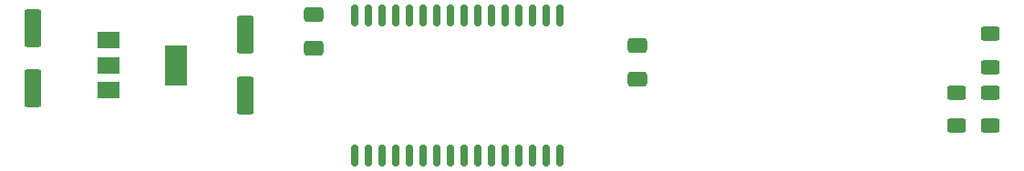
<source format=gtp>
%TF.GenerationSoftware,KiCad,Pcbnew,8.0.6+1*%
%TF.CreationDate,2024-12-06T18:57:37+01:00*%
%TF.ProjectId,qlexternal512kram_MIX,716c6578-7465-4726-9e61-6c3531326b72,3*%
%TF.SameCoordinates,Original*%
%TF.FileFunction,Paste,Top*%
%TF.FilePolarity,Positive*%
%FSLAX46Y46*%
G04 Gerber Fmt 4.6, Leading zero omitted, Abs format (unit mm)*
G04 Created by KiCad (PCBNEW 8.0.6+1) date 2024-12-06 18:57:37*
%MOMM*%
%LPD*%
G01*
G04 APERTURE LIST*
G04 Aperture macros list*
%AMRoundRect*
0 Rectangle with rounded corners*
0 $1 Rounding radius*
0 $2 $3 $4 $5 $6 $7 $8 $9 X,Y pos of 4 corners*
0 Add a 4 corners polygon primitive as box body*
4,1,4,$2,$3,$4,$5,$6,$7,$8,$9,$2,$3,0*
0 Add four circle primitives for the rounded corners*
1,1,$1+$1,$2,$3*
1,1,$1+$1,$4,$5*
1,1,$1+$1,$6,$7*
1,1,$1+$1,$8,$9*
0 Add four rect primitives between the rounded corners*
20,1,$1+$1,$2,$3,$4,$5,0*
20,1,$1+$1,$4,$5,$6,$7,0*
20,1,$1+$1,$6,$7,$8,$9,0*
20,1,$1+$1,$8,$9,$2,$3,0*%
G04 Aperture macros list end*
%ADD10R,2.000000X1.500000*%
%ADD11R,2.000000X3.800000*%
%ADD12RoundRect,0.250000X-0.550000X1.500000X-0.550000X-1.500000X0.550000X-1.500000X0.550000X1.500000X0*%
%ADD13RoundRect,0.250000X-0.650000X0.412500X-0.650000X-0.412500X0.650000X-0.412500X0.650000X0.412500X0*%
%ADD14RoundRect,0.250000X-0.625000X0.400000X-0.625000X-0.400000X0.625000X-0.400000X0.625000X0.400000X0*%
%ADD15RoundRect,0.250000X0.625000X-0.400000X0.625000X0.400000X-0.625000X0.400000X-0.625000X-0.400000X0*%
%ADD16RoundRect,0.150000X0.150000X-0.875000X0.150000X0.875000X-0.150000X0.875000X-0.150000X-0.875000X0*%
G04 APERTURE END LIST*
D10*
%TO.C,U3*%
X105530000Y-66280000D03*
X105530000Y-68580000D03*
D11*
X111830000Y-68580000D03*
D10*
X105530000Y-70880000D03*
%TD*%
D12*
%TO.C,C1*%
X98520000Y-65145000D03*
X98520000Y-70745000D03*
%TD*%
D13*
%TO.C,C4*%
X154654000Y-66725000D03*
X154654000Y-69850000D03*
%TD*%
D12*
%TO.C,C2*%
X118205000Y-65780000D03*
X118205000Y-71380000D03*
%TD*%
D13*
%TO.C,C3*%
X124555000Y-63842500D03*
X124555000Y-66967500D03*
%TD*%
D14*
%TO.C,R2*%
X187420000Y-71120000D03*
X187420000Y-74220000D03*
%TD*%
D15*
%TO.C,R3*%
X187420000Y-68759000D03*
X187420000Y-65659000D03*
%TD*%
D14*
%TO.C,R1*%
X184245000Y-71120000D03*
X184245000Y-74220000D03*
%TD*%
D16*
%TO.C,U1*%
X128365000Y-77035000D03*
X129635000Y-77035000D03*
X130905000Y-77035000D03*
X132175000Y-77035000D03*
X133445000Y-77035000D03*
X134715000Y-77035000D03*
X135985000Y-77035000D03*
X137255000Y-77035000D03*
X138525000Y-77035000D03*
X139795000Y-77035000D03*
X141065000Y-77035000D03*
X142335000Y-77035000D03*
X143605000Y-77035000D03*
X144875000Y-77035000D03*
X146145000Y-77035000D03*
X147415000Y-77035000D03*
X147415000Y-63935000D03*
X146145000Y-63935000D03*
X144875000Y-63935000D03*
X143605000Y-63935000D03*
X142335000Y-63935000D03*
X141065000Y-63935000D03*
X139795000Y-63935000D03*
X138525000Y-63935000D03*
X137255000Y-63935000D03*
X135985000Y-63935000D03*
X134715000Y-63935000D03*
X133445000Y-63935000D03*
X132175000Y-63935000D03*
X130905000Y-63935000D03*
X129635000Y-63935000D03*
X128365000Y-63935000D03*
%TD*%
M02*

</source>
